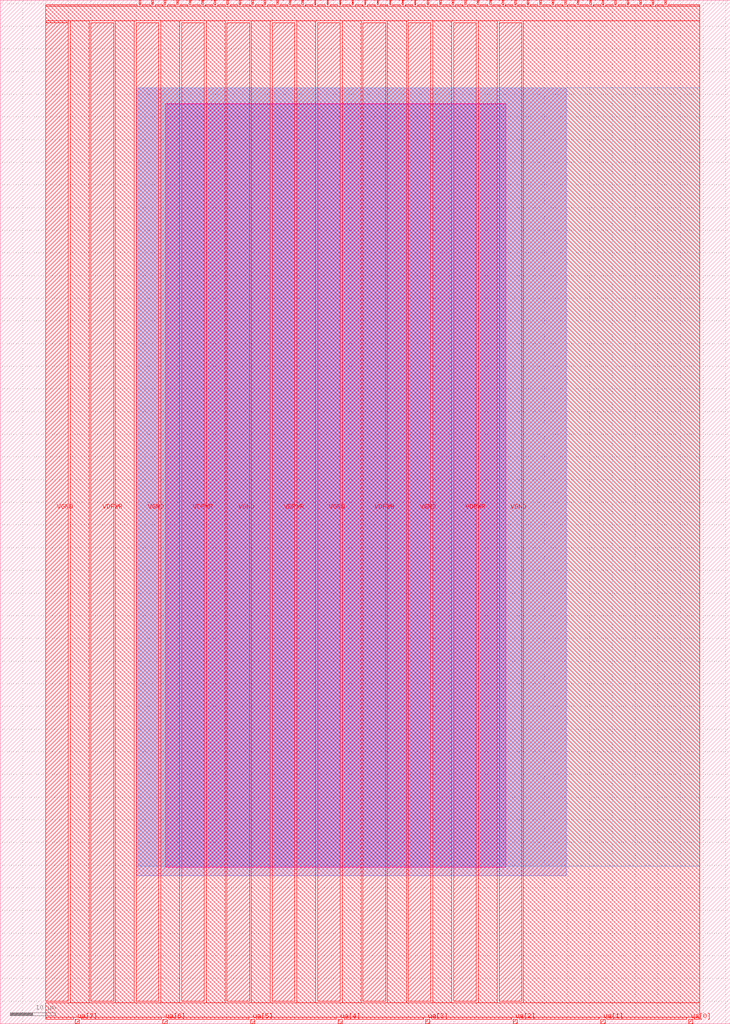
<source format=lef>
VERSION 5.7 ;
  NOWIREEXTENSIONATPIN ON ;
  DIVIDERCHAR "/" ;
  BUSBITCHARS "[]" ;
MACRO tt_um_Onchip_BandGap
  CLASS BLOCK ;
  FOREIGN tt_um_Onchip_BandGap ;
  ORIGIN 0.000 0.000 ;
  SIZE 161.000 BY 225.760 ;
  PIN clk
    PORT
      LAYER met4 ;
        RECT 143.830 224.760 144.130 225.760 ;
    END
  END clk
  PIN ena
    PORT
      LAYER met4 ;
        RECT 146.590 224.760 146.890 225.760 ;
    END
  END ena
  PIN rst_n
    PORT
      LAYER met4 ;
        RECT 141.070 224.760 141.370 225.760 ;
    END
  END rst_n
  PIN ua[0]
    ANTENNAGATEAREA 1.800000 ;
    ANTENNADIFFAREA 4.422000 ;
    PORT
      LAYER met4 ;
        RECT 151.810 0.000 152.710 1.000 ;
    END
  END ua[0]
  PIN ua[1]
    ANTENNAGATEAREA 50.000000 ;
    ANTENNADIFFAREA 3.564000 ;
    PORT
      LAYER met4 ;
        RECT 132.490 0.000 133.390 1.000 ;
    END
  END ua[1]
  PIN ua[2]
    ANTENNAGATEAREA 6.750000 ;
    ANTENNADIFFAREA 0.148500 ;
    PORT
      LAYER met4 ;
        RECT 113.170 0.000 114.070 1.000 ;
    END
  END ua[2]
  PIN ua[3]
    PORT
      LAYER met4 ;
        RECT 93.850 0.000 94.750 1.000 ;
    END
  END ua[3]
  PIN ua[4]
    PORT
      LAYER met4 ;
        RECT 74.530 0.000 75.430 1.000 ;
    END
  END ua[4]
  PIN ua[5]
    PORT
      LAYER met4 ;
        RECT 55.210 0.000 56.110 1.000 ;
    END
  END ua[5]
  PIN ua[6]
    PORT
      LAYER met4 ;
        RECT 35.890 0.000 36.790 1.000 ;
    END
  END ua[6]
  PIN ua[7]
    PORT
      LAYER met4 ;
        RECT 16.570 0.000 17.470 1.000 ;
    END
  END ua[7]
  PIN ui_in[0]
    PORT
      LAYER met4 ;
        RECT 138.310 224.760 138.610 225.760 ;
    END
  END ui_in[0]
  PIN ui_in[1]
    PORT
      LAYER met4 ;
        RECT 135.550 224.760 135.850 225.760 ;
    END
  END ui_in[1]
  PIN ui_in[2]
    PORT
      LAYER met4 ;
        RECT 132.790 224.760 133.090 225.760 ;
    END
  END ui_in[2]
  PIN ui_in[3]
    PORT
      LAYER met4 ;
        RECT 130.030 224.760 130.330 225.760 ;
    END
  END ui_in[3]
  PIN ui_in[4]
    PORT
      LAYER met4 ;
        RECT 127.270 224.760 127.570 225.760 ;
    END
  END ui_in[4]
  PIN ui_in[5]
    PORT
      LAYER met4 ;
        RECT 124.510 224.760 124.810 225.760 ;
    END
  END ui_in[5]
  PIN ui_in[6]
    PORT
      LAYER met4 ;
        RECT 121.750 224.760 122.050 225.760 ;
    END
  END ui_in[6]
  PIN ui_in[7]
    PORT
      LAYER met4 ;
        RECT 118.990 224.760 119.290 225.760 ;
    END
  END ui_in[7]
  PIN uio_in[0]
    PORT
      LAYER met4 ;
        RECT 116.230 224.760 116.530 225.760 ;
    END
  END uio_in[0]
  PIN uio_in[1]
    PORT
      LAYER met4 ;
        RECT 113.470 224.760 113.770 225.760 ;
    END
  END uio_in[1]
  PIN uio_in[2]
    PORT
      LAYER met4 ;
        RECT 110.710 224.760 111.010 225.760 ;
    END
  END uio_in[2]
  PIN uio_in[3]
    PORT
      LAYER met4 ;
        RECT 107.950 224.760 108.250 225.760 ;
    END
  END uio_in[3]
  PIN uio_in[4]
    PORT
      LAYER met4 ;
        RECT 105.190 224.760 105.490 225.760 ;
    END
  END uio_in[4]
  PIN uio_in[5]
    PORT
      LAYER met4 ;
        RECT 102.430 224.760 102.730 225.760 ;
    END
  END uio_in[5]
  PIN uio_in[6]
    PORT
      LAYER met4 ;
        RECT 99.670 224.760 99.970 225.760 ;
    END
  END uio_in[6]
  PIN uio_in[7]
    PORT
      LAYER met4 ;
        RECT 96.910 224.760 97.210 225.760 ;
    END
  END uio_in[7]
  PIN uio_oe[0]
    ANTENNAGATEAREA 240.560089 ;
    ANTENNADIFFAREA 457.036774 ;
    PORT
      LAYER met4 ;
        RECT 49.990 224.760 50.290 225.760 ;
    END
  END uio_oe[0]
  PIN uio_oe[1]
    ANTENNAGATEAREA 240.560089 ;
    ANTENNADIFFAREA 457.036774 ;
    PORT
      LAYER met4 ;
        RECT 47.230 224.760 47.530 225.760 ;
    END
  END uio_oe[1]
  PIN uio_oe[2]
    ANTENNAGATEAREA 240.560089 ;
    ANTENNADIFFAREA 457.036774 ;
    PORT
      LAYER met4 ;
        RECT 44.470 224.760 44.770 225.760 ;
    END
  END uio_oe[2]
  PIN uio_oe[3]
    ANTENNAGATEAREA 240.560089 ;
    ANTENNADIFFAREA 457.036774 ;
    PORT
      LAYER met4 ;
        RECT 41.710 224.760 42.010 225.760 ;
    END
  END uio_oe[3]
  PIN uio_oe[4]
    ANTENNAGATEAREA 240.560089 ;
    ANTENNADIFFAREA 457.036774 ;
    PORT
      LAYER met4 ;
        RECT 38.950 224.760 39.250 225.760 ;
    END
  END uio_oe[4]
  PIN uio_oe[5]
    ANTENNAGATEAREA 240.560089 ;
    ANTENNADIFFAREA 457.036774 ;
    PORT
      LAYER met4 ;
        RECT 36.190 224.760 36.490 225.760 ;
    END
  END uio_oe[5]
  PIN uio_oe[6]
    ANTENNAGATEAREA 240.560089 ;
    ANTENNADIFFAREA 457.036774 ;
    PORT
      LAYER met4 ;
        RECT 33.430 224.760 33.730 225.760 ;
    END
  END uio_oe[6]
  PIN uio_oe[7]
    ANTENNAGATEAREA 240.560089 ;
    ANTENNADIFFAREA 457.036774 ;
    PORT
      LAYER met4 ;
        RECT 30.670 224.760 30.970 225.760 ;
    END
  END uio_oe[7]
  PIN uio_out[0]
    ANTENNAGATEAREA 240.560089 ;
    ANTENNADIFFAREA 457.036774 ;
    PORT
      LAYER met4 ;
        RECT 72.070 224.760 72.370 225.760 ;
    END
  END uio_out[0]
  PIN uio_out[1]
    ANTENNAGATEAREA 240.560089 ;
    ANTENNADIFFAREA 457.036774 ;
    PORT
      LAYER met4 ;
        RECT 69.310 224.760 69.610 225.760 ;
    END
  END uio_out[1]
  PIN uio_out[2]
    ANTENNAGATEAREA 240.560089 ;
    ANTENNADIFFAREA 457.036774 ;
    PORT
      LAYER met4 ;
        RECT 66.550 224.760 66.850 225.760 ;
    END
  END uio_out[2]
  PIN uio_out[3]
    ANTENNAGATEAREA 240.560089 ;
    ANTENNADIFFAREA 457.036774 ;
    PORT
      LAYER met4 ;
        RECT 63.790 224.760 64.090 225.760 ;
    END
  END uio_out[3]
  PIN uio_out[4]
    ANTENNAGATEAREA 240.560089 ;
    ANTENNADIFFAREA 457.036774 ;
    PORT
      LAYER met4 ;
        RECT 61.030 224.760 61.330 225.760 ;
    END
  END uio_out[4]
  PIN uio_out[5]
    ANTENNAGATEAREA 240.560089 ;
    ANTENNADIFFAREA 457.036774 ;
    PORT
      LAYER met4 ;
        RECT 58.270 224.760 58.570 225.760 ;
    END
  END uio_out[5]
  PIN uio_out[6]
    ANTENNAGATEAREA 240.560089 ;
    ANTENNADIFFAREA 457.036774 ;
    PORT
      LAYER met4 ;
        RECT 55.510 224.760 55.810 225.760 ;
    END
  END uio_out[6]
  PIN uio_out[7]
    ANTENNAGATEAREA 240.560089 ;
    ANTENNADIFFAREA 457.036774 ;
    PORT
      LAYER met4 ;
        RECT 52.750 224.760 53.050 225.760 ;
    END
  END uio_out[7]
  PIN uo_out[0]
    ANTENNAGATEAREA 240.560089 ;
    ANTENNADIFFAREA 457.036774 ;
    PORT
      LAYER met4 ;
        RECT 94.150 224.760 94.450 225.760 ;
    END
  END uo_out[0]
  PIN uo_out[1]
    ANTENNAGATEAREA 240.560089 ;
    ANTENNADIFFAREA 457.036774 ;
    PORT
      LAYER met4 ;
        RECT 91.390 224.760 91.690 225.760 ;
    END
  END uo_out[1]
  PIN uo_out[2]
    ANTENNAGATEAREA 240.560089 ;
    ANTENNADIFFAREA 457.036774 ;
    PORT
      LAYER met4 ;
        RECT 88.630 224.760 88.930 225.760 ;
    END
  END uo_out[2]
  PIN uo_out[3]
    ANTENNAGATEAREA 240.560089 ;
    ANTENNADIFFAREA 457.036774 ;
    PORT
      LAYER met4 ;
        RECT 85.870 224.760 86.170 225.760 ;
    END
  END uo_out[3]
  PIN uo_out[4]
    ANTENNAGATEAREA 240.560089 ;
    ANTENNADIFFAREA 457.036774 ;
    PORT
      LAYER met4 ;
        RECT 83.110 224.760 83.410 225.760 ;
    END
  END uo_out[4]
  PIN uo_out[5]
    ANTENNAGATEAREA 240.560089 ;
    ANTENNADIFFAREA 457.036774 ;
    PORT
      LAYER met4 ;
        RECT 80.350 224.760 80.650 225.760 ;
    END
  END uo_out[5]
  PIN uo_out[6]
    ANTENNAGATEAREA 240.560089 ;
    ANTENNADIFFAREA 457.036774 ;
    PORT
      LAYER met4 ;
        RECT 77.590 224.760 77.890 225.760 ;
    END
  END uo_out[6]
  PIN uo_out[7]
    ANTENNAGATEAREA 240.560089 ;
    ANTENNADIFFAREA 457.036774 ;
    PORT
      LAYER met4 ;
        RECT 74.830 224.760 75.130 225.760 ;
    END
  END uo_out[7]
  PIN VGND
    USE GROUND ;
    PORT
      LAYER met4 ;
        RECT 110.000 5.000 115.000 220.760 ;
    END
    PORT
      LAYER met4 ;
        RECT 90.000 5.000 95.000 220.760 ;
    END
    PORT
      LAYER met4 ;
        RECT 70.000 5.000 75.000 220.760 ;
    END
    PORT
      LAYER met4 ;
        RECT 50.000 5.000 55.000 220.760 ;
    END
    PORT
      LAYER met4 ;
        RECT 30.000 5.000 35.000 220.760 ;
    END
    PORT
      LAYER met4 ;
        RECT 10.000 5.000 15.000 220.760 ;
    END
  END VGND
  PIN VDPWR
    USE POWER ;
    ANTENNAGATEAREA 514.519958 ;
    ANTENNADIFFAREA 510.403992 ;
    PORT
      LAYER met4 ;
        RECT 100.000 5.000 105.000 220.760 ;
    END
    PORT
      LAYER met4 ;
        RECT 80.000 5.000 85.000 220.760 ;
    END
    PORT
      LAYER met4 ;
        RECT 60.000 5.000 65.000 220.760 ;
    END
    PORT
      LAYER met4 ;
        RECT 40.000 5.000 45.000 220.760 ;
    END
    PORT
      LAYER met4 ;
        RECT 20.000 5.000 25.000 220.760 ;
    END
  END VDPWR
  OBS
      LAYER nwell ;
        RECT 36.540 34.560 111.520 202.935 ;
      LAYER li1 ;
        RECT 36.850 34.690 111.210 202.805 ;
      LAYER met1 ;
        RECT 30.000 32.665 124.815 206.415 ;
      LAYER met2 ;
        RECT 30.000 32.665 124.815 206.415 ;
      LAYER met3 ;
        RECT 30.000 34.690 154.260 206.415 ;
      LAYER met4 ;
        RECT 10.000 224.360 30.270 224.760 ;
        RECT 31.370 224.360 33.030 224.760 ;
        RECT 34.130 224.360 35.790 224.760 ;
        RECT 36.890 224.360 38.550 224.760 ;
        RECT 39.650 224.360 41.310 224.760 ;
        RECT 42.410 224.360 44.070 224.760 ;
        RECT 45.170 224.360 46.830 224.760 ;
        RECT 47.930 224.360 49.590 224.760 ;
        RECT 50.690 224.360 52.350 224.760 ;
        RECT 53.450 224.360 55.110 224.760 ;
        RECT 56.210 224.360 57.870 224.760 ;
        RECT 58.970 224.360 60.630 224.760 ;
        RECT 61.730 224.360 63.390 224.760 ;
        RECT 64.490 224.360 66.150 224.760 ;
        RECT 67.250 224.360 68.910 224.760 ;
        RECT 70.010 224.360 71.670 224.760 ;
        RECT 72.770 224.360 74.430 224.760 ;
        RECT 75.530 224.360 77.190 224.760 ;
        RECT 78.290 224.360 79.950 224.760 ;
        RECT 81.050 224.360 82.710 224.760 ;
        RECT 83.810 224.360 85.470 224.760 ;
        RECT 86.570 224.360 88.230 224.760 ;
        RECT 89.330 224.360 90.990 224.760 ;
        RECT 92.090 224.360 93.750 224.760 ;
        RECT 94.850 224.360 96.510 224.760 ;
        RECT 97.610 224.360 99.270 224.760 ;
        RECT 100.370 224.360 102.030 224.760 ;
        RECT 103.130 224.360 104.790 224.760 ;
        RECT 105.890 224.360 107.550 224.760 ;
        RECT 108.650 224.360 110.310 224.760 ;
        RECT 111.410 224.360 113.070 224.760 ;
        RECT 114.170 224.360 115.830 224.760 ;
        RECT 116.930 224.360 118.590 224.760 ;
        RECT 119.690 224.360 121.350 224.760 ;
        RECT 122.450 224.360 124.110 224.760 ;
        RECT 125.210 224.360 126.870 224.760 ;
        RECT 127.970 224.360 129.630 224.760 ;
        RECT 130.730 224.360 132.390 224.760 ;
        RECT 133.490 224.360 135.150 224.760 ;
        RECT 136.250 224.360 137.910 224.760 ;
        RECT 139.010 224.360 140.670 224.760 ;
        RECT 141.770 224.360 143.430 224.760 ;
        RECT 144.530 224.360 146.190 224.760 ;
        RECT 147.290 224.360 154.260 224.760 ;
        RECT 10.000 221.160 154.260 224.360 ;
        RECT 10.000 220.760 15.000 221.160 ;
        RECT 15.400 4.600 19.600 221.160 ;
        RECT 25.400 4.600 29.600 221.160 ;
        RECT 35.400 4.600 39.600 221.160 ;
        RECT 45.400 4.600 49.600 221.160 ;
        RECT 55.400 4.600 59.600 221.160 ;
        RECT 65.400 4.600 69.600 221.160 ;
        RECT 75.400 4.600 79.600 221.160 ;
        RECT 85.400 4.600 89.600 221.160 ;
        RECT 95.400 4.600 99.600 221.160 ;
        RECT 105.400 4.600 109.600 221.160 ;
        RECT 115.400 4.600 154.260 221.160 ;
        RECT 10.000 1.400 154.260 4.600 ;
        RECT 10.000 1.000 16.170 1.400 ;
        RECT 17.870 1.000 35.490 1.400 ;
        RECT 37.190 1.000 54.810 1.400 ;
        RECT 56.510 1.000 74.130 1.400 ;
        RECT 75.830 1.000 93.450 1.400 ;
        RECT 95.150 1.000 112.770 1.400 ;
        RECT 114.470 1.000 132.090 1.400 ;
        RECT 133.790 1.000 151.410 1.400 ;
        RECT 153.110 1.000 154.260 1.400 ;
  END
END tt_um_Onchip_BandGap
END LIBRARY


</source>
